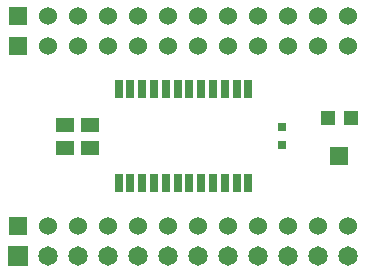
<source format=gts>
G04 (created by PCBNEW (2013-01-27 BZR 3925)-testing) date Tue 29 Jan 2013 04:50:46 PM CET*
%MOIN*%
G04 Gerber Fmt 3.4, Leading zero omitted, Abs format*
%FSLAX34Y34*%
G01*
G70*
G90*
G04 APERTURE LIST*
%ADD10C,2.3622e-06*%
%ADD11R,0.059X0.0511*%
%ADD12R,0.065X0.065*%
%ADD13C,0.065*%
%ADD14R,0.0472X0.0472*%
%ADD15R,0.063X0.0591*%
%ADD16R,0.0256X0.063*%
%ADD17R,0.0314X0.0314*%
%ADD18R,0.06X0.06*%
%ADD19C,0.06*%
G04 APERTURE END LIST*
G54D10*
G54D11*
X57875Y-44651D03*
X57875Y-45399D03*
G54D12*
X55500Y-49000D03*
G54D13*
X56500Y-49000D03*
X57500Y-49000D03*
X58500Y-49000D03*
X59500Y-49000D03*
X60500Y-49000D03*
X61500Y-49000D03*
X62500Y-49000D03*
X63500Y-49000D03*
X64500Y-49000D03*
X65500Y-49000D03*
X66500Y-49000D03*
G54D14*
X66594Y-44391D03*
X65806Y-44391D03*
G54D15*
X66200Y-45671D03*
G54D16*
X58835Y-46575D03*
X59228Y-46575D03*
X59622Y-46575D03*
X60016Y-46575D03*
X60409Y-46575D03*
X60803Y-46575D03*
X61197Y-46575D03*
X61591Y-46575D03*
X61984Y-46575D03*
X62378Y-46575D03*
X62772Y-46575D03*
X63165Y-46575D03*
X63165Y-43425D03*
X62772Y-43425D03*
X62378Y-43425D03*
X61984Y-43425D03*
X61591Y-43425D03*
X61197Y-43425D03*
X60803Y-43425D03*
X60409Y-43425D03*
X60016Y-43425D03*
X59622Y-43425D03*
X59228Y-43425D03*
X58835Y-43425D03*
G54D11*
X57050Y-44651D03*
X57050Y-45399D03*
G54D17*
X64300Y-44705D03*
X64300Y-45295D03*
G54D18*
X55500Y-48000D03*
G54D19*
X56500Y-48000D03*
X57500Y-48000D03*
X58500Y-48000D03*
X59500Y-48000D03*
X60500Y-48000D03*
X61500Y-48000D03*
X62500Y-48000D03*
X63500Y-48000D03*
X64500Y-48000D03*
X65500Y-48000D03*
X66500Y-48000D03*
G54D18*
X55500Y-41000D03*
G54D19*
X56500Y-41000D03*
X57500Y-41000D03*
X58500Y-41000D03*
X59500Y-41000D03*
X60500Y-41000D03*
X61500Y-41000D03*
X62500Y-41000D03*
X63500Y-41000D03*
X64500Y-41000D03*
X65500Y-41000D03*
X66500Y-41000D03*
G54D18*
X55500Y-42000D03*
G54D19*
X56500Y-42000D03*
X57500Y-42000D03*
X58500Y-42000D03*
X59500Y-42000D03*
X60500Y-42000D03*
X61500Y-42000D03*
X62500Y-42000D03*
X63500Y-42000D03*
X64500Y-42000D03*
X65500Y-42000D03*
X66500Y-42000D03*
M02*

</source>
